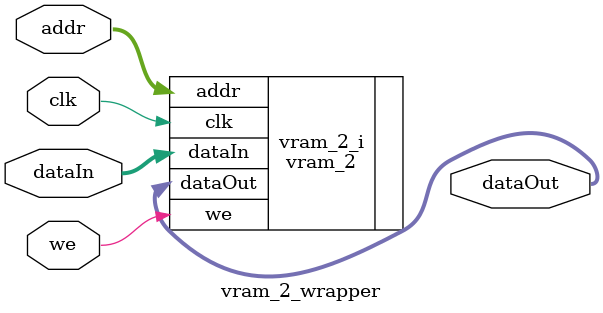
<source format=v>
`timescale 1 ps / 1 ps

module vram_2_wrapper
   (addr,
    clk,
    dataIn,
    dataOut,
    we);
  input [12:0]addr;
  input clk;
  input [7:0]dataIn;
  output [7:0]dataOut;
  input [0:0]we;

  wire [12:0]addr;
  wire clk;
  wire [7:0]dataIn;
  wire [7:0]dataOut;
  wire [0:0]we;

  vram_2 vram_2_i
       (.addr(addr),
        .clk(clk),
        .dataIn(dataIn),
        .dataOut(dataOut),
        .we(we));
endmodule

</source>
